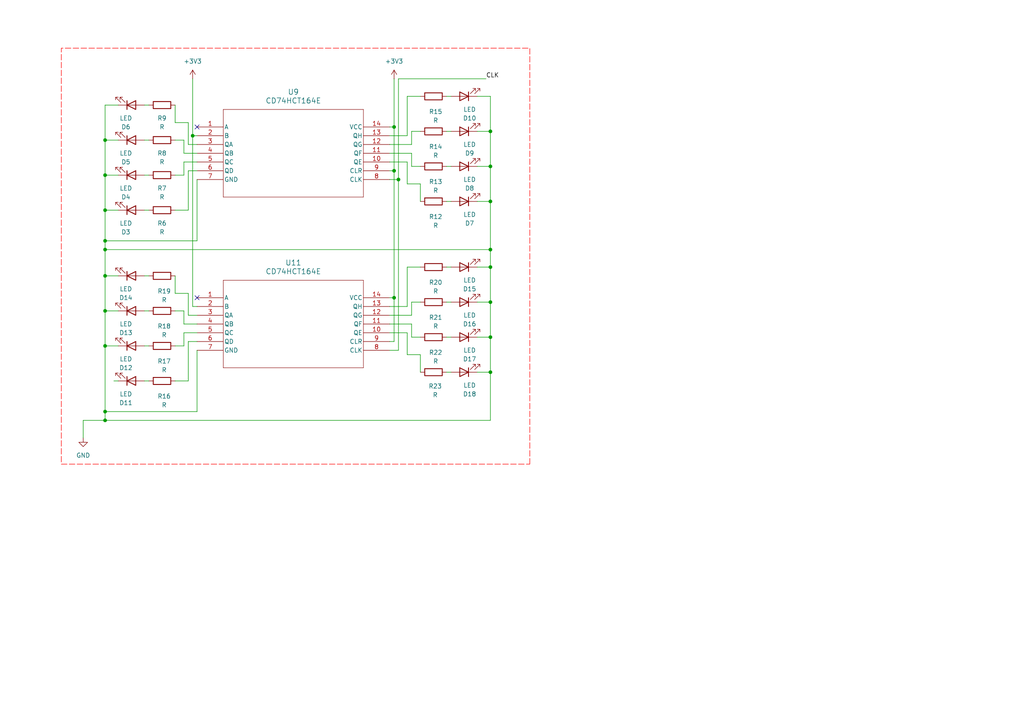
<source format=kicad_sch>
(kicad_sch (version 20250114) (generator "eeschema") (generator_version "9.0")
  (paper "A4")
  (lib_symbols
    (symbol "CD74HCT164:CD74HCT164E" (pin_names (offset 0.254))
      (property "Reference" "U9" (at 27.94 10.16 0))
      (property "Value" "CD74HCT164E" (at 27.94 7.62 0))
      (symbol "CD74HCT164E_0_1"
        (polyline (pts (xy 7.62 5.08) (xy 7.62 -20.32)) (stroke (width 0.127)))
        (polyline (pts (xy 7.62 -20.32) (xy 48.26 -20.32)) (stroke (width 0.127)))
        (polyline (pts (xy 48.26 5.08) (xy 7.62 5.08)) (stroke (width 0.127)))
        (polyline (pts (xy 48.26 -20.32) (xy 48.26 5.08)) (stroke (width 0.127)))
        (pin power_in line (at 0 -15.24 0) (length 7.62) (name "GND") (number "7"))
        (pin power_in line (at 55.88 0 180) (length 7.62) (name "VCC") (number "14"))
      )
      (symbol "CD74HCT164E_1_1"
        (pin input line (at 0 0 0) (length 7.62) (name "A") (number "1"))
        (pin input line (at 0 -2.54 0) (length 7.62) (name "B") (number "2"))
        (pin output line (at 0 -5.08 0) (length 7.62) (name "QA") (number "3"))
        (pin output line (at 0 -7.62 0) (length 7.62) (name "QB") (number "4"))
        (pin output line (at 0 -10.16 0) (length 7.62) (name "QC") (number "5"))
        (pin output line (at 0 -12.7 0) (length 7.62) (name "QD") (number "6"))
        (pin output line (at 55.88 -2.54 180) (length 7.62) (name "QH") (number "13"))
        (pin output line (at 55.88 -5.08 180) (length 7.62) (name "QG") (number "12"))
        (pin output line (at 55.88 -7.62 180) (length 7.62) (name "QF") (number "11"))
        (pin output line (at 55.88 -10.16 180) (length 7.62) (name "QE") (number "10"))
        (pin input line (at 55.88 -12.7 180) (length 7.62) (name "CLR") (number "9"))
        (pin input line (at 55.88 -15.24 180) (length 7.62) (name "CLK") (number "8"))
      )
    )
    (symbol "Device:LED" (pin_numbers (hide yes)) (pin_names (offset 1.016) (hide yes))
      (property "Reference" "D" (at 0 2.54 0))
      (property "Value" "LED" (at 0 -2.54 0))
      (symbol "LED_0_1"
        (polyline (pts (xy -3.048 -0.762) (xy -4.572 -2.286) (xy -3.81 -2.286) (xy -4.572 -2.286) (xy -4.572 -1.524)))
        (polyline (pts (xy -1.778 -0.762) (xy -3.302 -2.286) (xy -2.54 -2.286) (xy -3.302 -2.286) (xy -3.302 -1.524)))
        (polyline (pts (xy -1.27 0) (xy 1.27 0)))
        (polyline (pts (xy -1.27 -1.27) (xy -1.27 1.27)) (stroke (width 0.254)))
        (polyline (pts (xy 1.27 -1.27) (xy 1.27 1.27) (xy -1.27 0) (xy 1.27 -1.27)) (stroke (width 0.254)))
      )
      (symbol "LED_1_1"
        (pin passive line (at -3.81 0 0) (length 2.54) (name "K") (number "1"))
        (pin passive line (at 3.81 0 180) (length 2.54) (name "A") (number "2"))
      )
    )
    (symbol "Device:R" (pin_numbers (hide yes)) (pin_names (offset 0))
      (property "Reference" "R" (at 2.032 0 90))
      (property "Value" "R" (at 0 0 90))
      (symbol "R_0_1"
        (rectangle (start -1.016 -2.54) (end 1.016 2.54) (stroke (width 0.254)))
      )
      (symbol "R_1_1"
        (pin passive line (at 0 3.81 270) (length 1.27) (name "~") (number "1"))
        (pin passive line (at 0 -3.81 90) (length 1.27) (name "~") (number "2"))
      )
    )
    (symbol "power:+3V3" (power) (pin_numbers (hide yes)) (pin_names (offset 0) (hide yes))
      (property "Value" "+3V3" (at 0 3.556 0))
      (symbol "+3V3_0_1"
        (polyline (pts (xy -0.762 1.27) (xy 0 2.54)))
        (polyline (pts (xy 0 2.54) (xy 0.762 1.27)))
        (polyline (pts (xy 0 0) (xy 0 2.54)))
      )
      (symbol "+3V3_1_1"
        (pin power_in line (at 0 0 90) (length 0) (name "~") (number "1"))
      )
    )
    (symbol "power:GND" (power) (pin_numbers (hide yes)) (pin_names (offset 0) (hide yes))
      (property "Value" "GND" (at 0 -3.81 0))
      (symbol "GND_0_1"
        (polyline (pts (xy 0 0) (xy 0 -1.27) (xy 1.27 -1.27) (xy 0 -2.54) (xy -1.27 -1.27) (xy 0 -1.27)))
      )
      (symbol "GND_1_1"
        (pin power_in line (at 0 0 270) (length 0) (name "~") (number "1"))
      )
    )
  )
  (junction (at 142.24 87.63))
  (junction (at 115.57 52.07))
  (junction (at 30.48 80.01))
  (junction (at 30.48 121.92))
  (junction (at 142.24 58.42))
  (junction (at 142.24 107.95))
  (junction (at 142.24 72.39))
  (junction (at 114.3 86.36))
  (junction (at 142.24 77.47))
  (junction (at 30.48 69.85))
  (junction (at 114.3 36.83))
  (junction (at 142.24 97.79))
  (junction (at 142.24 48.26))
  (junction (at 30.48 100.33))
  (junction (at 55.88 39.37))
  (junction (at 30.48 60.96))
  (junction (at 114.3 49.53))
  (junction (at 30.48 90.17))
  (junction (at 30.48 119.38))
  (junction (at 30.48 50.8))
  (junction (at 30.48 72.39))
  (junction (at 30.48 40.64))
  (junction (at 142.24 38.1))
  (no_connect (at 57.15 86.36))
  (no_connect (at 57.15 36.83))
  (wire (pts (xy 57.15 52.07) (xy 57.15 69.85)))
  (wire (pts (xy 142.24 121.92) (xy 30.48 121.92)))
  (wire (pts (xy 121.92 53.34) (xy 118.11 53.34)))
  (wire (pts (xy 55.88 22.86) (xy 55.88 39.37)))
  (wire (pts (xy 130.81 107.95) (xy 129.54 107.95)))
  (wire (pts (xy 121.92 38.1) (xy 119.38 38.1)))
  (wire (pts (xy 119.38 87.63) (xy 119.38 91.44)))
  (wire (pts (xy 30.48 100.33) (xy 30.48 119.38)))
  (wire (pts (xy 118.11 96.52) (xy 113.03 96.52)))
  (wire (pts (xy 53.34 50.8) (xy 53.34 46.99)))
  (wire (pts (xy 54.61 41.91) (xy 57.15 41.91)))
  (wire (pts (xy 119.38 44.45) (xy 113.03 44.45)))
  (wire (pts (xy 34.29 30.48) (xy 30.48 30.48)))
  (wire (pts (xy 142.24 97.79) (xy 142.24 87.63)))
  (wire (pts (xy 30.48 30.48) (xy 30.48 40.64)))
  (wire (pts (xy 121.92 87.63) (xy 119.38 87.63)))
  (wire (pts (xy 30.48 119.38) (xy 30.48 121.92)))
  (wire (pts (xy 30.48 90.17) (xy 30.48 100.33)))
  (wire (pts (xy 24.13 127) (xy 24.13 121.92)))
  (wire (pts (xy 50.8 40.64) (xy 53.34 40.64)))
  (wire (pts (xy 138.43 107.95) (xy 142.24 107.95)))
  (wire (pts (xy 138.43 58.42) (xy 142.24 58.42)))
  (wire (pts (xy 142.24 38.1) (xy 142.24 27.94)))
  (wire (pts (xy 142.24 72.39) (xy 142.24 77.47)))
  (wire (pts (xy 121.92 58.42) (xy 121.92 53.34)))
  (wire (pts (xy 114.3 49.53) (xy 114.3 86.36)))
  (wire (pts (xy 130.81 27.94) (xy 129.54 27.94)))
  (wire (pts (xy 50.8 50.8) (xy 53.34 50.8)))
  (wire (pts (xy 50.8 90.17) (xy 53.34 90.17)))
  (wire (pts (xy 54.61 49.53) (xy 57.15 49.53)))
  (wire (pts (xy 30.48 60.96) (xy 30.48 69.85)))
  (wire (pts (xy 24.13 121.92) (xy 30.48 121.92)))
  (wire (pts (xy 114.3 86.36) (xy 114.3 99.06)))
  (wire (pts (xy 57.15 39.37) (xy 55.88 39.37)))
  (wire (pts (xy 121.92 27.94) (xy 118.11 27.94)))
  (wire (pts (xy 130.81 38.1) (xy 129.54 38.1)))
  (wire (pts (xy 121.92 97.79) (xy 119.38 97.79)))
  (wire (pts (xy 50.8 80.01) (xy 50.8 85.09)))
  (wire (pts (xy 54.61 85.09) (xy 54.61 91.44)))
  (wire (pts (xy 30.48 50.8) (xy 30.48 60.96)))
  (wire (pts (xy 119.38 48.26) (xy 119.38 44.45)))
  (wire (pts (xy 118.11 102.87) (xy 118.11 96.52)))
  (wire (pts (xy 53.34 93.98) (xy 57.15 93.98)))
  (wire (pts (xy 113.03 86.36) (xy 114.3 86.36)))
  (wire (pts (xy 41.91 110.49) (xy 43.18 110.49)))
  (wire (pts (xy 113.03 36.83) (xy 114.3 36.83)))
  (wire (pts (xy 41.91 90.17) (xy 43.18 90.17)))
  (wire (pts (xy 118.11 46.99) (xy 113.03 46.99)))
  (wire (pts (xy 130.81 48.26) (xy 129.54 48.26)))
  (wire (pts (xy 53.34 46.99) (xy 57.15 46.99)))
  (wire (pts (xy 41.91 40.64) (xy 43.18 40.64)))
  (wire (pts (xy 53.34 90.17) (xy 53.34 93.98)))
  (wire (pts (xy 142.24 58.42) (xy 142.24 48.26)))
  (wire (pts (xy 50.8 85.09) (xy 54.61 85.09)))
  (wire (pts (xy 53.34 96.52) (xy 57.15 96.52)))
  (wire (pts (xy 114.3 22.86) (xy 114.3 36.83)))
  (wire (pts (xy 41.91 60.96) (xy 43.18 60.96)))
  (wire (pts (xy 113.03 52.07) (xy 115.57 52.07)))
  (wire (pts (xy 115.57 52.07) (xy 115.57 101.6)))
  (wire (pts (xy 142.24 107.95) (xy 142.24 121.92)))
  (wire (pts (xy 50.8 30.48) (xy 50.8 35.56)))
  (wire (pts (xy 142.24 107.95) (xy 142.24 97.79)))
  (wire (pts (xy 41.91 50.8) (xy 43.18 50.8)))
  (wire (pts (xy 142.24 58.42) (xy 142.24 72.39)))
  (wire (pts (xy 34.29 100.33) (xy 30.48 100.33)))
  (wire (pts (xy 50.8 60.96) (xy 54.61 60.96)))
  (wire (pts (xy 34.29 40.64) (xy 30.48 40.64)))
  (wire (pts (xy 34.29 110.49) (xy 33.02 110.49)))
  (wire (pts (xy 113.03 99.06) (xy 114.3 99.06)))
  (wire (pts (xy 142.24 72.39) (xy 30.48 72.39)))
  (wire (pts (xy 30.48 72.39) (xy 30.48 80.01)))
  (wire (pts (xy 55.88 39.37) (xy 55.88 88.9)))
  (wire (pts (xy 53.34 44.45) (xy 57.15 44.45)))
  (wire (pts (xy 30.48 40.64) (xy 30.48 50.8)))
  (wire (pts (xy 118.11 77.47) (xy 118.11 88.9)))
  (wire (pts (xy 57.15 88.9) (xy 55.88 88.9)))
  (wire (pts (xy 138.43 27.94) (xy 142.24 27.94)))
  (wire (pts (xy 54.61 110.49) (xy 54.61 99.06)))
  (wire (pts (xy 138.43 38.1) (xy 142.24 38.1)))
  (wire (pts (xy 53.34 40.64) (xy 53.34 44.45)))
  (wire (pts (xy 41.91 80.01) (xy 43.18 80.01)))
  (wire (pts (xy 34.29 90.17) (xy 30.48 90.17)))
  (wire (pts (xy 138.43 97.79) (xy 142.24 97.79)))
  (wire (pts (xy 50.8 35.56) (xy 54.61 35.56)))
  (wire (pts (xy 41.91 100.33) (xy 43.18 100.33)))
  (wire (pts (xy 138.43 77.47) (xy 142.24 77.47)))
  (wire (pts (xy 113.03 49.53) (xy 114.3 49.53)))
  (wire (pts (xy 30.48 80.01) (xy 34.29 80.01)))
  (wire (pts (xy 118.11 88.9) (xy 113.03 88.9)))
  (wire (pts (xy 57.15 119.38) (xy 30.48 119.38)))
  (wire (pts (xy 121.92 48.26) (xy 119.38 48.26)))
  (wire (pts (xy 142.24 77.47) (xy 142.24 87.63)))
  (wire (pts (xy 119.38 38.1) (xy 119.38 41.91)))
  (wire (pts (xy 121.92 107.95) (xy 121.92 102.87)))
  (wire (pts (xy 30.48 80.01) (xy 30.48 90.17)))
  (wire (pts (xy 54.61 91.44) (xy 57.15 91.44)))
  (wire (pts (xy 34.29 50.8) (xy 30.48 50.8)))
  (wire (pts (xy 118.11 27.94) (xy 118.11 39.37)))
  (wire (pts (xy 54.61 99.06) (xy 57.15 99.06)))
  (wire (pts (xy 130.81 97.79) (xy 129.54 97.79)))
  (wire (pts (xy 119.38 41.91) (xy 113.03 41.91)))
  (wire (pts (xy 53.34 100.33) (xy 53.34 96.52)))
  (wire (pts (xy 140.97 22.86) (xy 115.57 22.86)))
  (wire (pts (xy 119.38 93.98) (xy 113.03 93.98)))
  (wire (pts (xy 30.48 72.39) (xy 30.48 69.85)))
  (wire (pts (xy 50.8 110.49) (xy 54.61 110.49)))
  (wire (pts (xy 113.03 101.6) (xy 115.57 101.6)))
  (wire (pts (xy 119.38 97.79) (xy 119.38 93.98)))
  (wire (pts (xy 34.29 60.96) (xy 30.48 60.96)))
  (wire (pts (xy 138.43 48.26) (xy 142.24 48.26)))
  (wire (pts (xy 121.92 77.47) (xy 118.11 77.47)))
  (wire (pts (xy 57.15 101.6) (xy 57.15 119.38)))
  (wire (pts (xy 115.57 22.86) (xy 115.57 52.07)))
  (wire (pts (xy 118.11 53.34) (xy 118.11 46.99)))
  (wire (pts (xy 130.81 58.42) (xy 129.54 58.42)))
  (wire (pts (xy 41.91 30.48) (xy 43.18 30.48)))
  (wire (pts (xy 138.43 87.63) (xy 142.24 87.63)))
  (wire (pts (xy 54.61 60.96) (xy 54.61 49.53)))
  (wire (pts (xy 121.92 102.87) (xy 118.11 102.87)))
  (wire (pts (xy 130.81 87.63) (xy 129.54 87.63)))
  (wire (pts (xy 50.8 100.33) (xy 53.34 100.33)))
  (wire (pts (xy 114.3 36.83) (xy 114.3 49.53)))
  (wire (pts (xy 57.15 69.85) (xy 30.48 69.85)))
  (wire (pts (xy 54.61 35.56) (xy 54.61 41.91)))
  (wire (pts (xy 142.24 48.26) (xy 142.24 38.1)))
  (wire (pts (xy 130.81 77.47) (xy 129.54 77.47)))
  (wire (pts (xy 118.11 39.37) (xy 113.03 39.37)))
  (wire (pts (xy 119.38 91.44) (xy 113.03 91.44)))
  (label "CLK" (at 140.97 22.86 0))
  (rule_area (polyline (pts (xy 153.67 134.62) (xy 153.67 13.97) (xy 17.78 13.97) (xy 17.78 134.62)) (stroke (width 0) (type dash))))
  (symbol (lib_id "Device:LED") (at 38.1 50.8 0) (mirror x) (unit 1)
    (property "Reference" "D4" (at 36.5125 57.15 0))
    (property "Value" "LED" (at 36.5125 54.61 0))
    (property "Description" "Light emitting diode" (effects (hide yes)))
    (property "Sim.Pins" "1=K 2=A" (effects (hide yes)))
  )
  (symbol (lib_id "Device:LED") (at 38.1 40.64 0) (mirror x) (unit 1)
    (property "Reference" "D5" (at 36.5125 46.99 0))
    (property "Value" "LED" (at 36.5125 44.45 0))
    (property "Description" "Light emitting diode" (effects (hide yes)))
    (property "Sim.Pins" "1=K 2=A" (effects (hide yes)))
  )
  (symbol (lib_id "power:GND") (at 24.13 127 0) (unit 1)
    (property "Reference" "#PWR043" (effects (hide yes)))
    (property "Value" "GND" (at 24.13 132.08 0))
    (property "Description" "Power symbol creates a global label with name \"GND\" , ground" (effects (hide yes)))
  )
  (symbol (lib_id "Device:LED") (at 38.1 100.33 0) (mirror x) (unit 1)
    (property "Reference" "D12" (at 36.5125 106.68 0))
    (property "Value" "LED" (at 36.5125 104.14 0))
    (property "Description" "Light emitting diode" (effects (hide yes)))
    (property "Sim.Pins" "1=K 2=A" (effects (hide yes)))
  )
  (symbol (lib_id "Device:R") (at 46.99 80.01 270) (unit 1)
    (property "Reference" "R19" (at 47.625 84.455 90))
    (property "Value" "R" (at 47.625 86.995 90))
    (property "Description" "Resistor" (effects (hide yes)))
  )
  (symbol (lib_id "Device:R") (at 46.99 60.96 90) (mirror x) (unit 1)
    (property "Reference" "R6" (at 46.99 64.77 90))
    (property "Value" "R" (at 46.99 67.31 90))
    (property "Description" "Resistor" (effects (hide yes)))
  )
  (symbol (lib_id "Device:R") (at 125.73 97.79 270) (unit 1)
    (property "Reference" "R22" (at 126.365 102.235 90))
    (property "Value" "R" (at 126.365 104.775 90))
    (property "Description" "Resistor" (effects (hide yes)))
  )
  (symbol (lib_id "Device:R") (at 125.73 58.42 270) (unit 1)
    (property "Reference" "R12" (at 126.365 62.865 90))
    (property "Value" "R" (at 126.365 65.405 90))
    (property "Description" "Resistor" (effects (hide yes)))
  )
  (symbol (lib_id "Device:LED") (at 38.1 60.96 0) (mirror x) (unit 1)
    (property "Reference" "D3" (at 36.5125 67.31 0))
    (property "Value" "LED" (at 36.5125 64.77 0))
    (property "Description" "Light emitting diode" (effects (hide yes)))
    (property "Sim.Pins" "1=K 2=A" (effects (hide yes)))
  )
  (symbol (lib_id "Device:LED") (at 134.62 87.63 180) (unit 1)
    (property "Reference" "D16" (at 136.2075 93.98 0))
    (property "Value" "LED" (at 136.2075 91.44 0))
    (property "Description" "Light emitting diode" (effects (hide yes)))
    (property "Sim.Pins" "1=K 2=A" (effects (hide yes)))
  )
  (symbol (lib_id "power:+3V3") (at 114.3 22.86 0) (unit 1)
    (property "Reference" "#PWR041" (effects (hide yes)))
    (property "Value" "+3V3" (at 114.3 17.78 0))
    (property "Description" "Power symbol creates a global label with name \"+3V3\"" (effects (hide yes)))
  )
  (symbol (lib_id "Device:R") (at 125.73 87.63 270) (unit 1)
    (property "Reference" "R21" (at 126.365 92.075 90))
    (property "Value" "R" (at 126.365 94.615 90))
    (property "Description" "Resistor" (effects (hide yes)))
  )
  (symbol (lib_id "Device:R") (at 125.73 107.95 270) (unit 1)
    (property "Reference" "R23" (at 126.238 112.014 90))
    (property "Value" "R" (at 126.238 114.554 90))
    (property "Description" "Resistor" (effects (hide yes)))
  )
  (symbol (lib_id "Device:LED") (at 134.62 27.94 180) (unit 1)
    (property "Reference" "D10" (at 136.2075 34.29 0))
    (property "Value" "LED" (at 136.2075 31.75 0))
    (property "Description" "Light emitting diode" (effects (hide yes)))
    (property "Sim.Pins" "1=K 2=A" (effects (hide yes)))
  )
  (symbol (lib_id "Device:R") (at 46.99 100.33 270) (unit 1)
    (property "Reference" "R17" (at 47.625 104.775 90))
    (property "Value" "R" (at 47.625 107.315 90))
    (property "Description" "Resistor" (effects (hide yes)))
  )
  (symbol (lib_id "Device:LED") (at 38.1 80.01 0) (mirror x) (unit 1)
    (property "Reference" "D14" (at 36.5125 86.36 0))
    (property "Value" "LED" (at 36.5125 83.82 0))
    (property "Description" "Light emitting diode" (effects (hide yes)))
    (property "Sim.Pins" "1=K 2=A" (effects (hide yes)))
  )
  (symbol (lib_id "Device:R") (at 46.99 50.8 90) (mirror x) (unit 1)
    (property "Reference" "R7" (at 46.99 54.61 90))
    (property "Value" "R" (at 46.99 57.15 90))
    (property "Description" "Resistor" (effects (hide yes)))
  )
  (symbol (lib_id "Device:R") (at 125.73 38.1 270) (unit 1)
    (property "Reference" "R14" (at 126.365 42.545 90))
    (property "Value" "R" (at 126.365 45.085 90))
    (property "Description" "Resistor" (effects (hide yes)))
  )
  (symbol (lib_id "Device:R") (at 125.73 48.26 270) (unit 1)
    (property "Reference" "R13" (at 126.365 52.705 90))
    (property "Value" "R" (at 126.365 55.245 90))
    (property "Description" "Resistor" (effects (hide yes)))
  )
  (symbol (lib_id "Device:R") (at 125.73 77.47 270) (unit 1)
    (property "Reference" "R20" (at 126.365 81.915 90))
    (property "Value" "R" (at 126.365 84.455 90))
    (property "Description" "Resistor" (effects (hide yes)))
  )
  (symbol (lib_id "Device:LED") (at 38.1 90.17 0) (mirror x) (unit 1)
    (property "Reference" "D13" (at 36.5125 96.52 0))
    (property "Value" "LED" (at 36.5125 93.98 0))
    (property "Description" "Light emitting diode" (effects (hide yes)))
    (property "Sim.Pins" "1=K 2=A" (effects (hide yes)))
  )
  (symbol (lib_id "Device:R") (at 46.99 40.64 90) (mirror x) (unit 1)
    (property "Reference" "R8" (at 46.99 44.45 90))
    (property "Value" "R" (at 46.99 46.99 90))
    (property "Description" "Resistor" (effects (hide yes)))
  )
  (symbol (lib_id "Device:LED") (at 134.62 38.1 180) (unit 1)
    (property "Reference" "D9" (at 136.2075 44.45 0))
    (property "Value" "LED" (at 136.2075 41.91 0))
    (property "Description" "Light emitting diode" (effects (hide yes)))
    (property "Sim.Pins" "1=K 2=A" (effects (hide yes)))
  )
  (symbol (lib_id "Device:LED") (at 38.1 30.48 0) (mirror x) (unit 1)
    (property "Reference" "D6" (at 36.5125 36.83 0))
    (property "Value" "LED" (at 36.5125 34.29 0))
    (property "Description" "Light emitting diode" (effects (hide yes)))
    (property "Sim.Pins" "1=K 2=A" (effects (hide yes)))
  )
  (symbol (lib_id "Device:R") (at 46.99 90.17 270) (unit 1)
    (property "Reference" "R18" (at 47.625 94.615 90))
    (property "Value" "R" (at 47.625 97.155 90))
    (property "Description" "Resistor" (effects (hide yes)))
  )
  (symbol (lib_id "Device:R") (at 125.73 27.94 270) (unit 1)
    (property "Reference" "R15" (at 126.365 32.385 90))
    (property "Value" "R" (at 126.365 34.925 90))
    (property "Description" "Resistor" (effects (hide yes)))
  )
  (symbol (lib_id "Device:R") (at 46.99 110.49 270) (unit 1)
    (property "Reference" "R16" (at 47.625 114.935 90))
    (property "Value" "R" (at 47.625 117.475 90))
    (property "Description" "Resistor" (effects (hide yes)))
  )
  (symbol (lib_id "Device:LED") (at 134.62 48.26 180) (unit 1)
    (property "Reference" "D8" (at 136.2075 54.61 0))
    (property "Value" "LED" (at 136.2075 52.07 0))
    (property "Description" "Light emitting diode" (effects (hide yes)))
    (property "Sim.Pins" "1=K 2=A" (effects (hide yes)))
  )
  (symbol (lib_id "Device:LED") (at 134.62 107.95 180) (unit 1)
    (property "Reference" "D18" (at 136.2075 114.3 0))
    (property "Value" "LED" (at 136.2075 111.76 0))
    (property "Description" "Light emitting diode" (effects (hide yes)))
    (property "Sim.Pins" "1=K 2=A" (effects (hide yes)))
  )
  (symbol (lib_id "CD74HCT164:CD74HCT164E") (at 57.15 86.36 0) (unit 1)
    (property "Reference" "U11" (at 85.09 76.2 0) (effects (font (size 1.524 1.524))))
    (property "Value" "CD74HCT164E" (at 85.09 78.74 0) (effects (font (size 1.524 1.524))))
    (property "Footprint" "N14" (effects (hide yes)))
    (property "Datasheet" "CD74HCT164E" (effects (hide yes)))
  )
  (symbol (lib_id "Device:R") (at 46.99 30.48 90) (mirror x) (unit 1)
    (property "Reference" "R9" (at 46.99 34.29 90))
    (property "Value" "R" (at 46.99 36.83 90))
    (property "Description" "Resistor" (effects (hide yes)))
  )
  (symbol (lib_id "Device:LED") (at 134.62 97.79 180) (unit 1)
    (property "Reference" "D17" (at 136.2075 104.14 0))
    (property "Value" "LED" (at 136.2075 101.6 0))
    (property "Description" "Light emitting diode" (effects (hide yes)))
    (property "Sim.Pins" "1=K 2=A" (effects (hide yes)))
  )
  (symbol (lib_id "Device:LED") (at 134.62 58.42 180) (unit 1)
    (property "Reference" "D7" (at 136.2075 64.77 0))
    (property "Value" "LED" (at 136.2075 62.23 0))
    (property "Description" "Light emitting diode" (effects (hide yes)))
    (property "Sim.Pins" "1=K 2=A" (effects (hide yes)))
  )
  (symbol (lib_id "Device:LED") (at 134.62 77.47 180) (unit 1)
    (property "Reference" "D15" (at 136.2075 83.82 0))
    (property "Value" "LED" (at 136.2075 81.28 0))
    (property "Description" "Light emitting diode" (effects (hide yes)))
    (property "Sim.Pins" "1=K 2=A" (effects (hide yes)))
  )
  (symbol (lib_id "CD74HCT164:CD74HCT164E") (at 57.15 36.83 0) (unit 1)
    (property "Reference" "U9" (at 85.09 26.67 0) (effects (font (size 1.524 1.524))))
    (property "Value" "CD74HCT164E" (at 85.09 29.21 0) (effects (font (size 1.524 1.524))))
    (property "Footprint" "N14" (effects (hide yes)))
    (property "Datasheet" "CD74HCT164E" (effects (hide yes)))
  )
  (symbol (lib_id "Device:LED") (at 38.1 110.49 0) (mirror x) (unit 1)
    (property "Reference" "D11" (at 36.5125 116.84 0))
    (property "Value" "LED" (at 36.5125 114.3 0))
    (property "Description" "Light emitting diode" (effects (hide yes)))
    (property "Sim.Pins" "1=K 2=A" (effects (hide yes)))
  )
  (symbol (lib_id "power:+3V3") (at 55.88 22.86 0) (unit 1)
    (property "Reference" "#PWR042" (effects (hide yes)))
    (property "Value" "+3V3" (at 55.88 17.78 0))
    (property "Description" "Power symbol creates a global label with name \"+3V3\"" (effects (hide yes)))
  )
)
</source>
